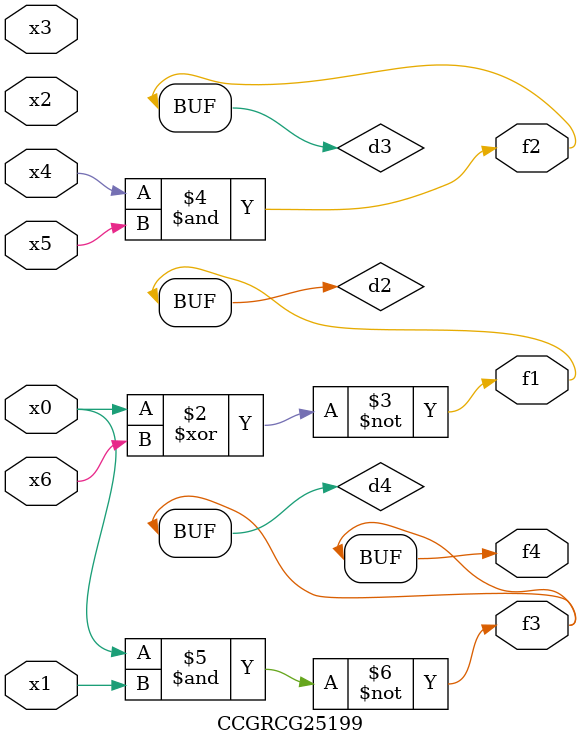
<source format=v>
module CCGRCG25199(
	input x0, x1, x2, x3, x4, x5, x6,
	output f1, f2, f3, f4
);

	wire d1, d2, d3, d4;

	nor (d1, x0);
	xnor (d2, x0, x6);
	and (d3, x4, x5);
	nand (d4, x0, x1);
	assign f1 = d2;
	assign f2 = d3;
	assign f3 = d4;
	assign f4 = d4;
endmodule

</source>
